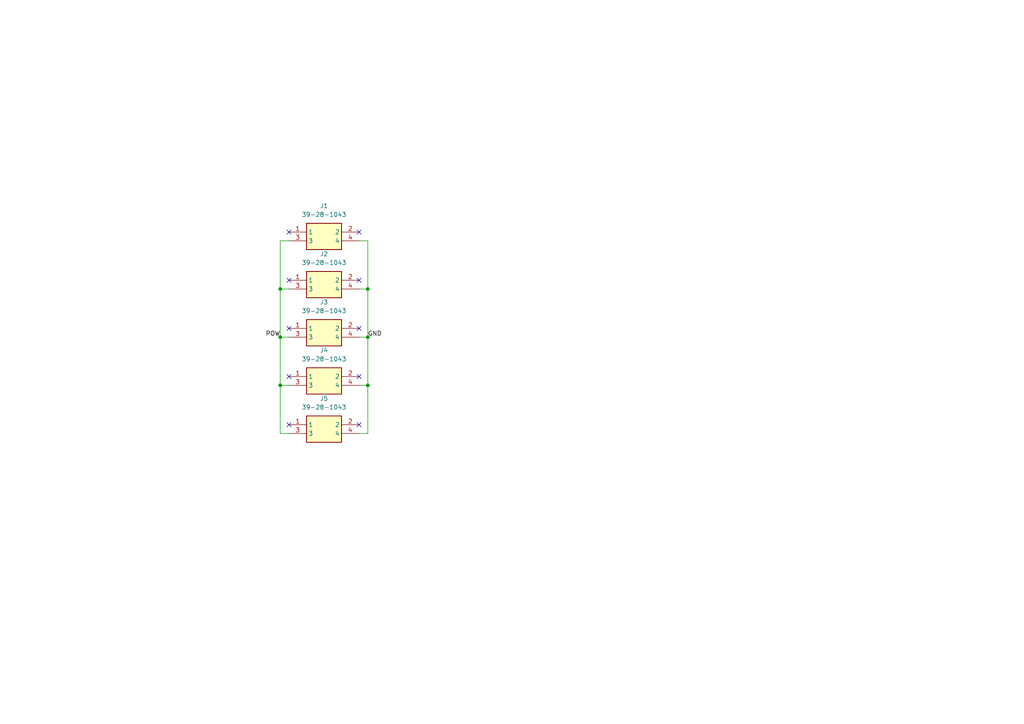
<source format=kicad_sch>
(kicad_sch (version 20250114) (generator "eeschema") (generator_version "9.0")
  (paper "A4")
  (lib_symbols
    (symbol "Molex_MiniFitJr_2x2_PCB:39-28-1043"
      (property "Reference" "J" (at 16.51 7.62 0))
      (property "Value" "39-28-1043" (at 16.51 5.08 0))
      (symbol "39-28-1043_1_1"
        (rectangle (start 5.08 2.54) (end 15.24 -5.08) (stroke (width 0.254)) (fill (type background)))
        (pin passive line (at 0 0 0) (length 5.08) (name "1") (number "1"))
        (pin passive line (at 0 -2.54 0) (length 5.08) (name "3") (number "3"))
        (pin passive line (at 20.32 0 180) (length 5.08) (name "2") (number "2"))
        (pin passive line (at 20.32 -2.54 180) (length 5.08) (name "4") (number "4"))
      )
    )
  )
  (junction (at 81.28 83.82))
  (junction (at 81.28 97.79))
  (junction (at 106.68 97.79))
  (junction (at 106.68 111.76))
  (junction (at 106.68 83.82))
  (junction (at 81.28 111.76))
  (no_connect (at 104.14 109.22))
  (no_connect (at 83.82 109.22))
  (no_connect (at 83.82 123.19))
  (no_connect (at 83.82 81.28))
  (no_connect (at 104.14 95.25))
  (no_connect (at 104.14 67.31))
  (no_connect (at 104.14 123.19))
  (no_connect (at 83.82 95.25))
  (no_connect (at 83.82 67.31))
  (no_connect (at 104.14 81.28))
  (wire (pts (xy 106.68 111.76) (xy 106.68 125.73)))
  (wire (pts (xy 81.28 97.79) (xy 81.28 111.76)))
  (wire (pts (xy 81.28 97.79) (xy 83.82 97.79)))
  (wire (pts (xy 104.14 83.82) (xy 106.68 83.82)))
  (wire (pts (xy 81.28 83.82) (xy 81.28 97.79)))
  (wire (pts (xy 81.28 125.73) (xy 83.82 125.73)))
  (wire (pts (xy 104.14 97.79) (xy 106.68 97.79)))
  (wire (pts (xy 81.28 83.82) (xy 83.82 83.82)))
  (wire (pts (xy 81.28 111.76) (xy 81.28 125.73)))
  (wire (pts (xy 83.82 69.85) (xy 81.28 69.85)))
  (wire (pts (xy 81.28 69.85) (xy 81.28 83.82)))
  (wire (pts (xy 106.68 125.73) (xy 104.14 125.73)))
  (wire (pts (xy 106.68 83.82) (xy 106.68 97.79)))
  (wire (pts (xy 104.14 69.85) (xy 106.68 69.85)))
  (wire (pts (xy 81.28 111.76) (xy 83.82 111.76)))
  (wire (pts (xy 106.68 97.79) (xy 106.68 111.76)))
  (wire (pts (xy 106.68 69.85) (xy 106.68 83.82)))
  (wire (pts (xy 104.14 111.76) (xy 106.68 111.76)))
  (label "POW" (at 81.28 97.79 180))
  (label "GND" (at 106.68 97.79 0))
  (symbol (lib_id "Molex_MiniFitJr_2x2_PCB:39-28-1043") (at 83.82 109.22 0) (unit 1)
    (property "Reference" "J4" (at 93.98 101.6 0))
    (property "Value" "39-28-1043" (at 93.98 104.14 0))
    (property "Footprint" "Molex_MiniFitJr_2x2_PCB:Molex_MiniFitJr_2x2_PCB" (effects (hide yes)))
    (property "Datasheet" "https://www.molex.com/pdm_docs/sd/039281023_sd.pdf" (effects (hide yes)))
    (property "Description" "Mini-Fit Jr. Vertical Header, 4.20mm Pitch, Dual Row, 4 Circuits, without Snap-in Plastic Peg PCB Lock, Tin, Natural" (effects (hide yes)))
    (property "Height" "12.8" (effects (hide yes)))
    (property "Mouser Part Number" "538-39-28-1043" (effects (hide yes)))
    (property "Mouser Price/Stock" "https://www.mouser.co.uk/ProductDetail/Molex/39-28-1043?qs=LQQHZ4xw2XCMHoV0KRLGhg%3D%3D" (effects (hide yes)))
    (property "Manufacturer_Name" "Molex" (effects (hide yes)))
    (property "Manufacturer_Part_Number" "39-28-1043" (effects (hide yes)))
  )
  (symbol (lib_id "Molex_MiniFitJr_2x2_PCB:39-28-1043") (at 83.82 67.31 0) (unit 1)
    (property "Reference" "J1" (at 93.98 59.69 0))
    (property "Value" "39-28-1043" (at 93.98 62.23 0))
    (property "Footprint" "Molex_MiniFitJr_2x2_PCB:Molex_MiniFitJr_2x2_PCB" (effects (hide yes)))
    (property "Datasheet" "https://www.molex.com/pdm_docs/sd/039281023_sd.pdf" (effects (hide yes)))
    (property "Description" "Mini-Fit Jr. Vertical Header, 4.20mm Pitch, Dual Row, 4 Circuits, without Snap-in Plastic Peg PCB Lock, Tin, Natural" (effects (hide yes)))
    (property "Height" "12.8" (effects (hide yes)))
    (property "Mouser Part Number" "538-39-28-1043" (effects (hide yes)))
    (property "Mouser Price/Stock" "https://www.mouser.co.uk/ProductDetail/Molex/39-28-1043?qs=LQQHZ4xw2XCMHoV0KRLGhg%3D%3D" (effects (hide yes)))
    (property "Manufacturer_Name" "Molex" (effects (hide yes)))
    (property "Manufacturer_Part_Number" "39-28-1043" (effects (hide yes)))
  )
  (symbol (lib_id "Molex_MiniFitJr_2x2_PCB:39-28-1043") (at 83.82 123.19 0) (unit 1)
    (property "Reference" "J5" (at 93.98 115.57 0))
    (property "Value" "39-28-1043" (at 93.98 118.11 0))
    (property "Footprint" "Molex_MiniFitJr_2x2_PCB:Molex_MiniFitJr_2x2_PCB" (effects (hide yes)))
    (property "Datasheet" "https://www.molex.com/pdm_docs/sd/039281023_sd.pdf" (effects (hide yes)))
    (property "Description" "Mini-Fit Jr. Vertical Header, 4.20mm Pitch, Dual Row, 4 Circuits, without Snap-in Plastic Peg PCB Lock, Tin, Natural" (effects (hide yes)))
    (property "Height" "12.8" (effects (hide yes)))
    (property "Mouser Part Number" "538-39-28-1043" (effects (hide yes)))
    (property "Mouser Price/Stock" "https://www.mouser.co.uk/ProductDetail/Molex/39-28-1043?qs=LQQHZ4xw2XCMHoV0KRLGhg%3D%3D" (effects (hide yes)))
    (property "Manufacturer_Name" "Molex" (effects (hide yes)))
    (property "Manufacturer_Part_Number" "39-28-1043" (effects (hide yes)))
  )
  (symbol (lib_id "Molex_MiniFitJr_2x2_PCB:39-28-1043") (at 83.82 81.28 0) (unit 1)
    (property "Reference" "J2" (at 93.98 73.66 0))
    (property "Value" "39-28-1043" (at 93.98 76.2 0))
    (property "Footprint" "Molex_MiniFitJr_2x2_PCB:Molex_MiniFitJr_2x2_PCB" (effects (hide yes)))
    (property "Datasheet" "https://www.molex.com/pdm_docs/sd/039281023_sd.pdf" (effects (hide yes)))
    (property "Description" "Mini-Fit Jr. Vertical Header, 4.20mm Pitch, Dual Row, 4 Circuits, without Snap-in Plastic Peg PCB Lock, Tin, Natural" (effects (hide yes)))
    (property "Height" "12.8" (effects (hide yes)))
    (property "Mouser Part Number" "538-39-28-1043" (effects (hide yes)))
    (property "Mouser Price/Stock" "https://www.mouser.co.uk/ProductDetail/Molex/39-28-1043?qs=LQQHZ4xw2XCMHoV0KRLGhg%3D%3D" (effects (hide yes)))
    (property "Manufacturer_Name" "Molex" (effects (hide yes)))
    (property "Manufacturer_Part_Number" "39-28-1043" (effects (hide yes)))
  )
  (symbol (lib_id "Molex_MiniFitJr_2x2_PCB:39-28-1043") (at 83.82 95.25 0) (unit 1)
    (property "Reference" "J3" (at 93.98 87.63 0))
    (property "Value" "39-28-1043" (at 93.98 90.17 0))
    (property "Footprint" "Molex_MiniFitJr_2x2_PCB:Molex_MiniFitJr_2x2_PCB" (effects (hide yes)))
    (property "Datasheet" "https://www.molex.com/pdm_docs/sd/039281023_sd.pdf" (effects (hide yes)))
    (property "Description" "Mini-Fit Jr. Vertical Header, 4.20mm Pitch, Dual Row, 4 Circuits, without Snap-in Plastic Peg PCB Lock, Tin, Natural" (effects (hide yes)))
    (property "Height" "12.8" (effects (hide yes)))
    (property "Mouser Part Number" "538-39-28-1043" (effects (hide yes)))
    (property "Mouser Price/Stock" "https://www.mouser.co.uk/ProductDetail/Molex/39-28-1043?qs=LQQHZ4xw2XCMHoV0KRLGhg%3D%3D" (effects (hide yes)))
    (property "Manufacturer_Name" "Molex" (effects (hide yes)))
    (property "Manufacturer_Part_Number" "39-28-1043" (effects (hide yes)))
  )
)
</source>
